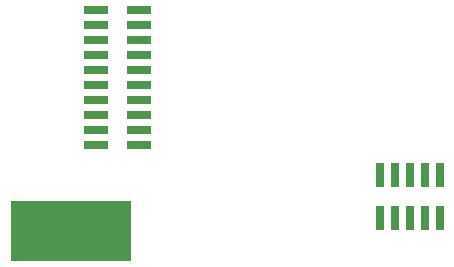
<source format=gbp>
G04 Layer_Color=128*
%FSLAX25Y25*%
%MOIN*%
G70*
G01*
G75*
%ADD13R,0.40000X0.20000*%
%ADD63R,0.02559X0.08268*%
%ADD64R,0.08268X0.02559*%
D13*
X20000Y-51000D02*
D03*
D63*
X143000Y-32613D02*
D03*
X138000D02*
D03*
X133000D02*
D03*
X128000D02*
D03*
X123000D02*
D03*
X143000Y-46787D02*
D03*
X138000D02*
D03*
X133000D02*
D03*
X128000D02*
D03*
X123000D02*
D03*
D64*
X42587Y-2500D02*
D03*
X28413D02*
D03*
X42587Y-22500D02*
D03*
Y-17500D02*
D03*
Y-12500D02*
D03*
Y-7500D02*
D03*
Y2500D02*
D03*
Y7500D02*
D03*
Y12500D02*
D03*
Y17500D02*
D03*
Y22500D02*
D03*
X28413Y-22500D02*
D03*
Y-17500D02*
D03*
Y-12500D02*
D03*
Y-7500D02*
D03*
Y2500D02*
D03*
Y7500D02*
D03*
Y12500D02*
D03*
Y17500D02*
D03*
Y22500D02*
D03*
M02*

</source>
